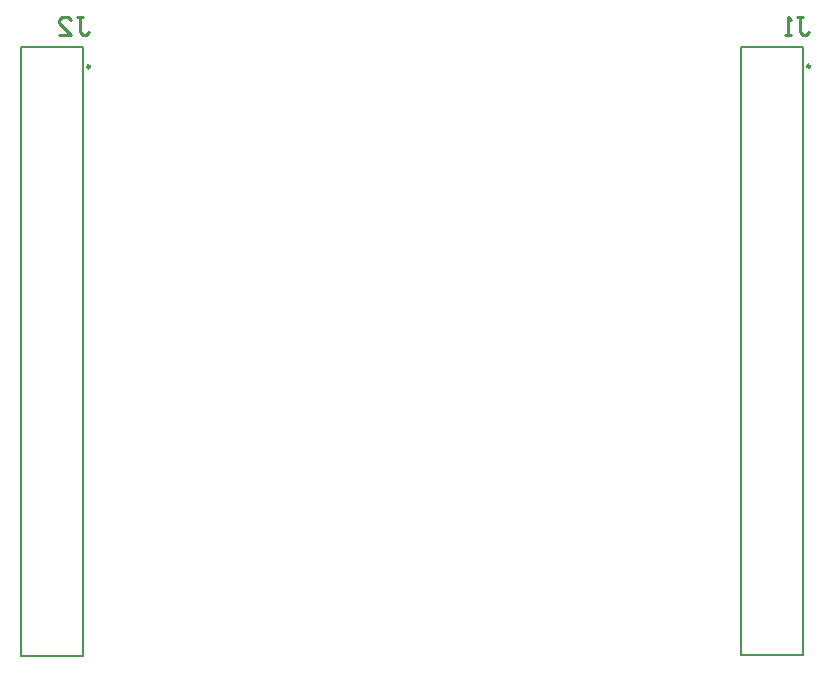
<source format=gbo>
G04*
G04 #@! TF.GenerationSoftware,Altium Limited,Altium Designer,23.6.0 (18)*
G04*
G04 Layer_Color=32896*
%FSLAX44Y44*%
%MOMM*%
G71*
G04*
G04 #@! TF.SameCoordinates,601DDEDB-8D37-4A0F-BDDB-BED4ADFAC405*
G04*
G04*
G04 #@! TF.FilePolarity,Positive*
G04*
G01*
G75*
%ADD10C,0.2500*%
%ADD12C,0.2000*%
%ADD13C,0.2540*%
D10*
X1765550Y662400D02*
G03*
X1765550Y662400I-1250J0D01*
G01*
X1155881Y662150D02*
G03*
X1155881Y662150I-1250J0D01*
G01*
D12*
X1707150Y163550D02*
Y679050D01*
Y163550D02*
X1759450D01*
Y679050D01*
X1707150D02*
X1759450D01*
X1097481Y163300D02*
Y678800D01*
Y163300D02*
X1149781D01*
Y678800D01*
X1097481D02*
X1149781D01*
D13*
X1754127Y704083D02*
X1759206D01*
X1756667D01*
Y691387D01*
X1759206Y688848D01*
X1761745D01*
X1764284Y691387D01*
X1749049Y688848D02*
X1743971D01*
X1746510D01*
Y704083D01*
X1749049Y701544D01*
X1144527Y703829D02*
X1149606D01*
X1147066D01*
Y691133D01*
X1149606Y688594D01*
X1152145D01*
X1154684Y691133D01*
X1129292Y688594D02*
X1139449D01*
X1129292Y698751D01*
Y701290D01*
X1131831Y703829D01*
X1136910D01*
X1139449Y701290D01*
M02*

</source>
